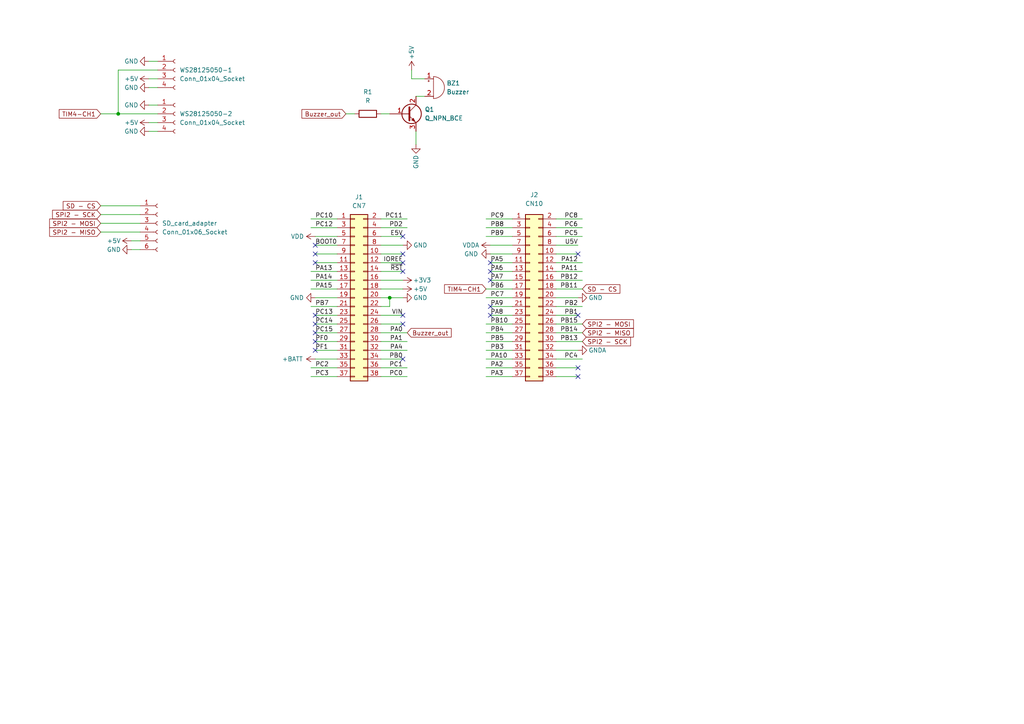
<source format=kicad_sch>
(kicad_sch (version 20231120) (generator "eeschema") (generator_version "8.0")
  (paper "A4")
  (lib_symbols
    (symbol "Connector:Conn_01x04_Socket" (pin_names (offset 1.016) hide)
      (property "Reference" "J" (at 0 5.08 0))
      (property "Value" "Conn_01x04_Socket" (at 0 -7.62 0))
      (symbol "Conn_01x04_Socket_1_1"
        (arc (start 0 -4.572) (mid -0.5058 -5.08) (end 0 -5.588) (stroke (width 0.1524)))
        (arc (start 0 -2.032) (mid -0.5058 -2.54) (end 0 -3.048) (stroke (width 0.1524)))
        (polyline (pts (xy -1.27 -5.08) (xy -0.508 -5.08)) (stroke (width 0.1524)))
        (polyline (pts (xy -1.27 -2.54) (xy -0.508 -2.54)) (stroke (width 0.1524)))
        (polyline (pts (xy -1.27 0) (xy -0.508 0)) (stroke (width 0.1524)))
        (polyline (pts (xy -1.27 2.54) (xy -0.508 2.54)) (stroke (width 0.1524)))
        (arc (start 0 0.508) (mid -0.5058 0) (end 0 -0.508) (stroke (width 0.1524)))
        (arc (start 0 3.048) (mid -0.5058 2.54) (end 0 2.032) (stroke (width 0.1524)))
        (pin passive line (at -5.08 2.54 0) (length 3.81) (name "Pin_1") (number "1"))
        (pin passive line (at -5.08 0 0) (length 3.81) (name "Pin_2") (number "2"))
        (pin passive line (at -5.08 -2.54 0) (length 3.81) (name "Pin_3") (number "3"))
        (pin passive line (at -5.08 -5.08 0) (length 3.81) (name "Pin_4") (number "4"))
      )
    )
    (symbol "Connector:Conn_01x06_Socket" (pin_names (offset 1.016) hide)
      (property "Reference" "J" (at 0 7.62 0))
      (property "Value" "Conn_01x06_Socket" (at 0 -10.16 0))
      (symbol "Conn_01x06_Socket_1_1"
        (arc (start 0 -7.112) (mid -0.5058 -7.62) (end 0 -8.128) (stroke (width 0.1524)))
        (arc (start 0 -4.572) (mid -0.5058 -5.08) (end 0 -5.588) (stroke (width 0.1524)))
        (arc (start 0 -2.032) (mid -0.5058 -2.54) (end 0 -3.048) (stroke (width 0.1524)))
        (polyline (pts (xy -1.27 -7.62) (xy -0.508 -7.62)) (stroke (width 0.1524)))
        (polyline (pts (xy -1.27 -5.08) (xy -0.508 -5.08)) (stroke (width 0.1524)))
        (polyline (pts (xy -1.27 -2.54) (xy -0.508 -2.54)) (stroke (width 0.1524)))
        (polyline (pts (xy -1.27 0) (xy -0.508 0)) (stroke (width 0.1524)))
        (polyline (pts (xy -1.27 2.54) (xy -0.508 2.54)) (stroke (width 0.1524)))
        (polyline (pts (xy -1.27 5.08) (xy -0.508 5.08)) (stroke (width 0.1524)))
        (arc (start 0 0.508) (mid -0.5058 0) (end 0 -0.508) (stroke (width 0.1524)))
        (arc (start 0 3.048) (mid -0.5058 2.54) (end 0 2.032) (stroke (width 0.1524)))
        (arc (start 0 5.588) (mid -0.5058 5.08) (end 0 4.572) (stroke (width 0.1524)))
        (pin passive line (at -5.08 5.08 0) (length 3.81) (name "Pin_1") (number "1"))
        (pin passive line (at -5.08 2.54 0) (length 3.81) (name "Pin_2") (number "2"))
        (pin passive line (at -5.08 0 0) (length 3.81) (name "Pin_3") (number "3"))
        (pin passive line (at -5.08 -2.54 0) (length 3.81) (name "Pin_4") (number "4"))
        (pin passive line (at -5.08 -5.08 0) (length 3.81) (name "Pin_5") (number "5"))
        (pin passive line (at -5.08 -7.62 0) (length 3.81) (name "Pin_6") (number "6"))
      )
    )
    (symbol "Connector_Generic:Conn_02x19_Odd_Even" (pin_names (offset 1.016) hide)
      (property "Reference" "J" (at 1.27 25.4 0))
      (property "Value" "Conn_02x19_Odd_Even" (at 1.27 -25.4 0))
      (symbol "Conn_02x19_Odd_Even_1_1"
        (rectangle (start -1.27 -22.733) (end 0 -22.987) (stroke (width 0.1524)))
        (rectangle (start -1.27 -20.193) (end 0 -20.447) (stroke (width 0.1524)))
        (rectangle (start -1.27 -17.653) (end 0 -17.907) (stroke (width 0.1524)))
        (rectangle (start -1.27 -15.113) (end 0 -15.367) (stroke (width 0.1524)))
        (rectangle (start -1.27 -12.573) (end 0 -12.827) (stroke (width 0.1524)))
        (rectangle (start -1.27 -10.033) (end 0 -10.287) (stroke (width 0.1524)))
        (rectangle (start -1.27 -7.493) (end 0 -7.747) (stroke (width 0.1524)))
        (rectangle (start -1.27 -4.953) (end 0 -5.207) (stroke (width 0.1524)))
        (rectangle (start -1.27 -2.413) (end 0 -2.667) (stroke (width 0.1524)))
        (rectangle (start -1.27 0.127) (end 0 -0.127) (stroke (width 0.1524)))
        (rectangle (start -1.27 2.667) (end 0 2.413) (stroke (width 0.1524)))
        (rectangle (start -1.27 5.207) (end 0 4.953) (stroke (width 0.1524)))
        (rectangle (start -1.27 7.747) (end 0 7.493) (stroke (width 0.1524)))
        (rectangle (start -1.27 10.287) (end 0 10.033) (stroke (width 0.1524)))
        (rectangle (start -1.27 12.827) (end 0 12.573) (stroke (width 0.1524)))
        (rectangle (start -1.27 15.367) (end 0 15.113) (stroke (width 0.1524)))
        (rectangle (start -1.27 17.907) (end 0 17.653) (stroke (width 0.1524)))
        (rectangle (start -1.27 20.447) (end 0 20.193) (stroke (width 0.1524)))
        (rectangle (start -1.27 22.987) (end 0 22.733) (stroke (width 0.1524)))
        (rectangle (start -1.27 24.13) (end 3.81 -24.13) (stroke (width 0.254)) (fill (type background)))
        (rectangle (start 3.81 -22.733) (end 2.54 -22.987) (stroke (width 0.1524)))
        (rectangle (start 3.81 -20.193) (end 2.54 -20.447) (stroke (width 0.1524)))
        (rectangle (start 3.81 -17.653) (end 2.54 -17.907) (stroke (width 0.1524)))
        (rectangle (start 3.81 -15.113) (end 2.54 -15.367) (stroke (width 0.1524)))
        (rectangle (start 3.81 -12.573) (end 2.54 -12.827) (stroke (width 0.1524)))
        (rectangle (start 3.81 -10.033) (end 2.54 -10.287) (stroke (width 0.1524)))
        (rectangle (start 3.81 -7.493) (end 2.54 -7.747) (stroke (width 0.1524)))
        (rectangle (start 3.81 -4.953) (end 2.54 -5.207) (stroke (width 0.1524)))
        (rectangle (start 3.81 -2.413) (end 2.54 -2.667) (stroke (width 0.1524)))
        (rectangle (start 3.81 0.127) (end 2.54 -0.127) (stroke (width 0.1524)))
        (rectangle (start 3.81 2.667) (end 2.54 2.413) (stroke (width 0.1524)))
        (rectangle (start 3.81 5.207) (end 2.54 4.953) (stroke (width 0.1524)))
        (rectangle (start 3.81 7.747) (end 2.54 7.493) (stroke (width 0.1524)))
        (rectangle (start 3.81 10.287) (end 2.54 10.033) (stroke (width 0.1524)))
        (rectangle (start 3.81 12.827) (end 2.54 12.573) (stroke (width 0.1524)))
        (rectangle (start 3.81 15.367) (end 2.54 15.113) (stroke (width 0.1524)))
        (rectangle (start 3.81 17.907) (end 2.54 17.653) (stroke (width 0.1524)))
        (rectangle (start 3.81 20.447) (end 2.54 20.193) (stroke (width 0.1524)))
        (rectangle (start 3.81 22.987) (end 2.54 22.733) (stroke (width 0.1524)))
        (pin passive line (at -5.08 22.86 0) (length 3.81) (name "Pin_1") (number "1"))
        (pin passive line (at 7.62 12.7 180) (length 3.81) (name "Pin_10") (number "10"))
        (pin passive line (at -5.08 10.16 0) (length 3.81) (name "Pin_11") (number "11"))
        (pin passive line (at 7.62 10.16 180) (length 3.81) (name "Pin_12") (number "12"))
        (pin passive line (at -5.08 7.62 0) (length 3.81) (name "Pin_13") (number "13"))
        (pin passive line (at 7.62 7.62 180) (length 3.81) (name "Pin_14") (number "14"))
        (pin passive line (at -5.08 5.08 0) (length 3.81) (name "Pin_15") (number "15"))
        (pin passive line (at 7.62 5.08 180) (length 3.81) (name "Pin_16") (number "16"))
        (pin passive line (at -5.08 2.54 0) (length 3.81) (name "Pin_17") (number "17"))
        (pin passive line (at 7.62 2.54 180) (length 3.81) (name "Pin_18") (number "18"))
        (pin passive line (at -5.08 0 0) (length 3.81) (name "Pin_19") (number "19"))
        (pin passive line (at 7.62 22.86 180) (length 3.81) (name "Pin_2") (number "2"))
        (pin passive line (at 7.62 0 180) (length 3.81) (name "Pin_20") (number "20"))
        (pin passive line (at -5.08 -2.54 0) (length 3.81) (name "Pin_21") (number "21"))
        (pin passive line (at 7.62 -2.54 180) (length 3.81) (name "Pin_22") (number "22"))
        (pin passive line (at -5.08 -5.08 0) (length 3.81) (name "Pin_23") (number "23"))
        (pin passive line (at 7.62 -5.08 180) (length 3.81) (name "Pin_24") (number "24"))
        (pin passive line (at -5.08 -7.62 0) (length 3.81) (name "Pin_25") (number "25"))
        (pin passive line (at 7.62 -7.62 180) (length 3.81) (name "Pin_26") (number "26"))
        (pin passive line (at -5.08 -10.16 0) (length 3.81) (name "Pin_27") (number "27"))
        (pin passive line (at 7.62 -10.16 180) (length 3.81) (name "Pin_28") (number "28"))
        (pin passive line (at -5.08 -12.7 0) (length 3.81) (name "Pin_29") (number "29"))
        (pin passive line (at -5.08 20.32 0) (length 3.81) (name "Pin_3") (number "3"))
        (pin passive line (at 7.62 -12.7 180) (length 3.81) (name "Pin_30") (number "30"))
        (pin passive line (at -5.08 -15.24 0) (length 3.81) (name "Pin_31") (number "31"))
        (pin passive line (at 7.62 -15.24 180) (length 3.81) (name "Pin_32") (number "32"))
        (pin passive line (at -5.08 -17.78 0) (length 3.81) (name "Pin_33") (number "33"))
        (pin passive line (at 7.62 -17.78 180) (length 3.81) (name "Pin_34") (number "34"))
        (pin passive line (at -5.08 -20.32 0) (length 3.81) (name "Pin_35") (number "35"))
        (pin passive line (at 7.62 -20.32 180) (length 3.81) (name "Pin_36") (number "36"))
        (pin passive line (at -5.08 -22.86 0) (length 3.81) (name "Pin_37") (number "37"))
        (pin passive line (at 7.62 -22.86 180) (length 3.81) (name "Pin_38") (number "38"))
        (pin passive line (at 7.62 20.32 180) (length 3.81) (name "Pin_4") (number "4"))
        (pin passive line (at -5.08 17.78 0) (length 3.81) (name "Pin_5") (number "5"))
        (pin passive line (at 7.62 17.78 180) (length 3.81) (name "Pin_6") (number "6"))
        (pin passive line (at -5.08 15.24 0) (length 3.81) (name "Pin_7") (number "7"))
        (pin passive line (at 7.62 15.24 180) (length 3.81) (name "Pin_8") (number "8"))
        (pin passive line (at -5.08 12.7 0) (length 3.81) (name "Pin_9") (number "9"))
      )
    )
    (symbol "Device:Buzzer" (pin_names (offset 0.0254) hide)
      (property "Reference" "BZ" (at 3.81 1.27 0))
      (property "Value" "Buzzer" (at 3.81 -1.27 0))
      (symbol "Buzzer_0_1"
        (arc (start 0 -3.175) (mid 3.1612 0) (end 0 3.175))
        (polyline (pts (xy -1.651 1.905) (xy -1.143 1.905)))
        (polyline (pts (xy -1.397 2.159) (xy -1.397 1.651)))
        (polyline (pts (xy 0 3.175) (xy 0 -3.175)))
      )
      (symbol "Buzzer_1_1"
        (pin passive line (at -2.54 2.54 0) (length 2.54) (name "+") (number "1"))
        (pin passive line (at -2.54 -2.54 0) (length 2.54) (name "-") (number "2"))
      )
    )
    (symbol "Device:Q_NPN_BCE" (pin_names (offset 0) hide)
      (property "Reference" "Q" (at 5.08 1.27 0))
      (property "Value" "Q_NPN_BCE" (at 5.08 -1.27 0))
      (symbol "Q_NPN_BCE_0_1"
        (polyline (pts (xy 0.635 0.635) (xy 2.54 2.54)))
        (polyline (pts (xy 0.635 -0.635) (xy 2.54 -2.54) (xy 2.54 -2.54)))
        (polyline (pts (xy 0.635 1.905) (xy 0.635 -1.905) (xy 0.635 -1.905)) (stroke (width 0.508)))
        (polyline (pts (xy 1.27 -1.778) (xy 1.778 -1.27) (xy 2.286 -2.286) (xy 1.27 -1.778) (xy 1.27 -1.778)) (fill (type outline)))
        (circle (center 1.27 0) (radius 2.8194) (stroke (width 0.254)))
      )
      (symbol "Q_NPN_BCE_1_1"
        (pin input line (at -5.08 0 0) (length 5.715) (name "B") (number "1"))
        (pin passive line (at 2.54 5.08 270) (length 2.54) (name "C") (number "2"))
        (pin passive line (at 2.54 -5.08 90) (length 2.54) (name "E") (number "3"))
      )
    )
    (symbol "Device:R" (pin_numbers hide) (pin_names (offset 0))
      (property "Reference" "R" (at 2.032 0 90))
      (property "Value" "R" (at 0 0 90))
      (symbol "R_0_1"
        (rectangle (start -1.016 -2.54) (end 1.016 2.54) (stroke (width 0.254)))
      )
      (symbol "R_1_1"
        (pin passive line (at 0 3.81 270) (length 1.27) (name "~") (number "1"))
        (pin passive line (at 0 -3.81 90) (length 1.27) (name "~") (number "2"))
      )
    )
    (symbol "power:+3V3" (power) (pin_names (offset 0))
      (property "Value" "+3V3" (at 0 3.556 0))
      (symbol "+3V3_0_1"
        (polyline (pts (xy -0.762 1.27) (xy 0 2.54)))
        (polyline (pts (xy 0 0) (xy 0 2.54)))
        (polyline (pts (xy 0 2.54) (xy 0.762 1.27)))
      )
      (symbol "+3V3_1_1"
        (pin power_in line (at 0 0 90) (length 0) hide (name "+3V3") (number "1"))
      )
    )
    (symbol "power:+5V" (power) (pin_names (offset 0))
      (property "Value" "+5V" (at 0 3.556 0))
      (symbol "+5V_0_1"
        (polyline (pts (xy -0.762 1.27) (xy 0 2.54)))
        (polyline (pts (xy 0 0) (xy 0 2.54)))
        (polyline (pts (xy 0 2.54) (xy 0.762 1.27)))
      )
      (symbol "+5V_1_1"
        (pin power_in line (at 0 0 90) (length 0) hide (name "+5V") (number "1"))
      )
    )
    (symbol "power:+BATT" (power) (pin_names (offset 0))
      (property "Value" "+BATT" (at 0 3.556 0))
      (symbol "+BATT_0_1"
        (polyline (pts (xy -0.762 1.27) (xy 0 2.54)))
        (polyline (pts (xy 0 0) (xy 0 2.54)))
        (polyline (pts (xy 0 2.54) (xy 0.762 1.27)))
      )
      (symbol "+BATT_1_1"
        (pin power_in line (at 0 0 90) (length 0) hide (name "+BATT") (number "1"))
      )
    )
    (symbol "power:GND" (power) (pin_names (offset 0))
      (property "Value" "GND" (at 0 -3.81 0))
      (symbol "GND_0_1"
        (polyline (pts (xy 0 0) (xy 0 -1.27) (xy 1.27 -1.27) (xy 0 -2.54) (xy -1.27 -1.27) (xy 0 -1.27)))
      )
      (symbol "GND_1_1"
        (pin power_in line (at 0 0 270) (length 0) hide (name "GND") (number "1"))
      )
    )
    (symbol "power:GNDA" (power) (pin_names (offset 0))
      (property "Value" "GNDA" (at 0 -3.81 0))
      (symbol "GNDA_0_1"
        (polyline (pts (xy 0 0) (xy 0 -1.27) (xy 1.27 -1.27) (xy 0 -2.54) (xy -1.27 -1.27) (xy 0 -1.27)))
      )
      (symbol "GNDA_1_1"
        (pin power_in line (at 0 0 270) (length 0) hide (name "GNDA") (number "1"))
      )
    )
    (symbol "power:VDD" (power) (pin_names (offset 0))
      (property "Value" "VDD" (at 0 3.81 0))
      (symbol "VDD_0_1"
        (polyline (pts (xy -0.762 1.27) (xy 0 2.54)))
        (polyline (pts (xy 0 0) (xy 0 2.54)))
        (polyline (pts (xy 0 2.54) (xy 0.762 1.27)))
      )
      (symbol "VDD_1_1"
        (pin power_in line (at 0 0 90) (length 0) hide (name "VDD") (number "1"))
      )
    )
    (symbol "power:VDDA" (power) (pin_names (offset 0))
      (property "Value" "VDDA" (at 0 3.81 0))
      (symbol "VDDA_0_1"
        (polyline (pts (xy -0.762 1.27) (xy 0 2.54)))
        (polyline (pts (xy 0 0) (xy 0 2.54)))
        (polyline (pts (xy 0 2.54) (xy 0.762 1.27)))
      )
      (symbol "VDDA_1_1"
        (pin power_in line (at 0 0 90) (length 0) hide (name "VDDA") (number "1"))
      )
    )
  )
  (junction (at 113.03 86.36))
  (junction (at 34.29 33.02))
  (no_connect (at 167.64 73.66))
  (no_connect (at 167.64 109.22))
  (no_connect (at 142.24 76.2))
  (no_connect (at 91.44 96.52))
  (no_connect (at 91.44 71.12))
  (no_connect (at 91.44 93.98))
  (no_connect (at 142.24 78.74))
  (no_connect (at 142.24 88.9))
  (no_connect (at 91.44 99.06))
  (no_connect (at 167.64 91.44))
  (no_connect (at 142.24 91.44))
  (no_connect (at 116.84 93.98))
  (no_connect (at 167.64 106.68))
  (no_connect (at 91.44 73.66))
  (no_connect (at 116.84 76.2))
  (no_connect (at 91.44 91.44))
  (no_connect (at 142.24 81.28))
  (no_connect (at 116.84 78.74))
  (no_connect (at 116.84 91.44))
  (no_connect (at 91.44 76.2))
  (no_connect (at 116.84 73.66))
  (no_connect (at 91.44 101.6))
  (no_connect (at 116.84 104.14))
  (no_connect (at 116.84 68.58))
  (wire (pts (xy 91.44 91.44) (xy 97.79 91.44)))
  (wire (pts (xy 110.49 66.04) (xy 118.11 66.04)))
  (wire (pts (xy 110.49 91.44) (xy 116.84 91.44)))
  (wire (pts (xy 43.18 30.48) (xy 45.72 30.48)))
  (wire (pts (xy 110.49 96.52) (xy 118.11 96.52)))
  (wire (pts (xy 119.38 20.32) (xy 119.38 22.86)))
  (wire (pts (xy 100.33 33.02) (xy 102.87 33.02)))
  (wire (pts (xy 110.49 78.74) (xy 116.84 78.74)))
  (wire (pts (xy 90.17 78.74) (xy 97.79 78.74)))
  (wire (pts (xy 38.1 69.85) (xy 40.64 69.85)))
  (wire (pts (xy 142.24 71.12) (xy 148.59 71.12)))
  (wire (pts (xy 161.29 71.12) (xy 167.64 71.12)))
  (wire (pts (xy 90.17 63.5) (xy 97.79 63.5)))
  (wire (pts (xy 113.03 86.36) (xy 116.84 86.36)))
  (wire (pts (xy 161.29 101.6) (xy 167.64 101.6)))
  (wire (pts (xy 161.29 78.74) (xy 168.91 78.74)))
  (wire (pts (xy 29.21 59.69) (xy 40.64 59.69)))
  (wire (pts (xy 142.24 91.44) (xy 148.59 91.44)))
  (wire (pts (xy 29.21 62.23) (xy 40.64 62.23)))
  (wire (pts (xy 140.97 66.04) (xy 148.59 66.04)))
  (wire (pts (xy 161.29 63.5) (xy 168.91 63.5)))
  (wire (pts (xy 91.44 76.2) (xy 97.79 76.2)))
  (wire (pts (xy 142.24 88.9) (xy 148.59 88.9)))
  (wire (pts (xy 110.49 88.9) (xy 113.03 88.9)))
  (wire (pts (xy 140.97 83.82) (xy 148.59 83.82)))
  (wire (pts (xy 43.18 25.4) (xy 45.72 25.4)))
  (wire (pts (xy 110.49 68.58) (xy 116.84 68.58)))
  (wire (pts (xy 161.29 109.22) (xy 167.64 109.22)))
  (wire (pts (xy 167.64 86.36) (xy 161.29 86.36)))
  (wire (pts (xy 91.44 96.52) (xy 97.79 96.52)))
  (wire (pts (xy 142.24 81.28) (xy 148.59 81.28)))
  (wire (pts (xy 91.44 71.12) (xy 97.79 71.12)))
  (wire (pts (xy 161.29 91.44) (xy 167.64 91.44)))
  (wire (pts (xy 29.21 33.02) (xy 34.29 33.02)))
  (wire (pts (xy 110.49 101.6) (xy 118.11 101.6)))
  (wire (pts (xy 161.29 66.04) (xy 168.91 66.04)))
  (wire (pts (xy 91.44 73.66) (xy 97.79 73.66)))
  (wire (pts (xy 43.18 22.86) (xy 45.72 22.86)))
  (wire (pts (xy 110.49 106.68) (xy 118.11 106.68)))
  (wire (pts (xy 97.79 104.14) (xy 91.44 104.14)))
  (wire (pts (xy 110.49 63.5) (xy 118.11 63.5)))
  (wire (pts (xy 43.18 35.56) (xy 45.72 35.56)))
  (wire (pts (xy 110.49 83.82) (xy 116.84 83.82)))
  (wire (pts (xy 90.17 106.68) (xy 97.79 106.68)))
  (wire (pts (xy 161.29 73.66) (xy 167.64 73.66)))
  (wire (pts (xy 161.29 88.9) (xy 168.91 88.9)))
  (wire (pts (xy 91.44 101.6) (xy 97.79 101.6)))
  (wire (pts (xy 142.24 76.2) (xy 148.59 76.2)))
  (wire (pts (xy 140.97 109.22) (xy 148.59 109.22)))
  (wire (pts (xy 161.29 99.06) (xy 168.91 99.06)))
  (wire (pts (xy 161.29 68.58) (xy 168.91 68.58)))
  (wire (pts (xy 161.29 81.28) (xy 168.91 81.28)))
  (wire (pts (xy 142.24 78.74) (xy 148.59 78.74)))
  (wire (pts (xy 161.29 93.98) (xy 168.91 93.98)))
  (wire (pts (xy 140.97 86.36) (xy 148.59 86.36)))
  (wire (pts (xy 140.97 68.58) (xy 148.59 68.58)))
  (wire (pts (xy 140.97 101.6) (xy 148.59 101.6)))
  (wire (pts (xy 29.21 67.31) (xy 40.64 67.31)))
  (wire (pts (xy 140.97 99.06) (xy 148.59 99.06)))
  (wire (pts (xy 34.29 33.02) (xy 34.29 20.32)))
  (wire (pts (xy 110.49 86.36) (xy 113.03 86.36)))
  (wire (pts (xy 140.97 104.14) (xy 148.59 104.14)))
  (wire (pts (xy 161.29 83.82) (xy 168.91 83.82)))
  (wire (pts (xy 140.97 96.52) (xy 148.59 96.52)))
  (wire (pts (xy 110.49 81.28) (xy 116.84 81.28)))
  (wire (pts (xy 110.49 33.02) (xy 113.03 33.02)))
  (wire (pts (xy 161.29 106.68) (xy 167.64 106.68)))
  (wire (pts (xy 110.49 93.98) (xy 116.84 93.98)))
  (wire (pts (xy 91.44 99.06) (xy 97.79 99.06)))
  (wire (pts (xy 161.29 96.52) (xy 168.91 96.52)))
  (wire (pts (xy 140.97 106.68) (xy 148.59 106.68)))
  (wire (pts (xy 43.18 38.1) (xy 45.72 38.1)))
  (wire (pts (xy 116.84 71.12) (xy 110.49 71.12)))
  (wire (pts (xy 113.03 88.9) (xy 113.03 86.36)))
  (wire (pts (xy 142.24 73.66) (xy 148.59 73.66)))
  (wire (pts (xy 34.29 20.32) (xy 45.72 20.32)))
  (wire (pts (xy 120.65 38.1) (xy 120.65 41.91)))
  (wire (pts (xy 90.17 81.28) (xy 97.79 81.28)))
  (wire (pts (xy 110.49 73.66) (xy 116.84 73.66)))
  (wire (pts (xy 43.18 17.78) (xy 45.72 17.78)))
  (wire (pts (xy 110.49 104.14) (xy 116.84 104.14)))
  (wire (pts (xy 91.44 93.98) (xy 97.79 93.98)))
  (wire (pts (xy 161.29 76.2) (xy 168.91 76.2)))
  (wire (pts (xy 110.49 99.06) (xy 118.11 99.06)))
  (wire (pts (xy 91.44 68.58) (xy 97.79 68.58)))
  (wire (pts (xy 38.1 72.39) (xy 40.64 72.39)))
  (wire (pts (xy 90.17 88.9) (xy 97.79 88.9)))
  (wire (pts (xy 110.49 109.22) (xy 118.11 109.22)))
  (wire (pts (xy 34.29 33.02) (xy 45.72 33.02)))
  (wire (pts (xy 90.17 109.22) (xy 97.79 109.22)))
  (wire (pts (xy 29.21 64.77) (xy 40.64 64.77)))
  (wire (pts (xy 140.97 63.5) (xy 148.59 63.5)))
  (wire (pts (xy 110.49 76.2) (xy 116.84 76.2)))
  (wire (pts (xy 161.29 104.14) (xy 168.91 104.14)))
  (wire (pts (xy 97.79 86.36) (xy 91.44 86.36)))
  (wire (pts (xy 90.17 83.82) (xy 97.79 83.82)))
  (wire (pts (xy 140.97 93.98) (xy 148.59 93.98)))
  (wire (pts (xy 119.38 22.86) (xy 123.19 22.86)))
  (wire (pts (xy 90.17 66.04) (xy 97.79 66.04)))
  (wire (pts (xy 120.65 27.94) (xy 123.19 27.94)))
  (label "BOOT0" (at 91.44 71.12 0))
  (label "PB2" (at 167.64 88.9 180))
  (label "PB9" (at 142.24 68.58 0))
  (label "PC2" (at 91.44 106.68 0))
  (label "PA0" (at 116.84 96.52 180))
  (label "PC13" (at 91.44 91.44 0))
  (label "U5V" (at 167.64 71.12 180))
  (label "PF1" (at 91.44 101.6 0))
  (label "PA13" (at 91.44 78.74 0))
  (label "PB13" (at 167.64 99.06 180))
  (label "PB14" (at 167.64 96.52 180))
  (label "PC0" (at 116.84 109.22 180))
  (label "PC15" (at 91.44 96.52 0))
  (label "PB0" (at 116.84 104.14 180))
  (label "PA8" (at 142.24 91.44 0))
  (label "IOREF" (at 116.84 76.2 180))
  (label "PA4" (at 116.84 101.6 180))
  (label "E5V" (at 116.84 68.58 180))
  (label "PA1" (at 116.84 99.06 180))
  (label "PA15" (at 91.44 83.82 0))
  (label "PC3" (at 91.44 109.22 0))
  (label "PC11" (at 116.84 63.5 180))
  (label "PC8" (at 167.64 63.5 180))
  (label "PA10" (at 142.24 104.14 0))
  (label "PC5" (at 167.64 68.58 180))
  (label "PA3" (at 142.24 109.22 0))
  (label "PB10" (at 142.24 93.98 0))
  (label "PA2" (at 142.24 106.68 0))
  (label "PB8" (at 142.24 66.04 0))
  (label "PB12" (at 167.64 81.28 180))
  (label "PB3" (at 142.24 101.6 0))
  (label "~{RST}" (at 116.84 78.74 180))
  (label "PC14" (at 91.44 93.98 0))
  (label "PB7" (at 91.44 88.9 0))
  (label "PB15" (at 167.64 93.98 180))
  (label "PA5" (at 142.24 76.2 0))
  (label "PA14" (at 91.44 81.28 0))
  (label "PA6" (at 142.24 78.74 0))
  (label "PF0" (at 91.44 99.06 0))
  (label "PC10" (at 91.44 63.5 0))
  (label "PC12" (at 91.44 66.04 0))
  (label "PB6" (at 142.24 83.82 0))
  (label "PC6" (at 167.64 66.04 180))
  (label "PD2" (at 116.84 66.04 180))
  (label "PA7" (at 142.24 81.28 0))
  (label "PB1" (at 167.64 91.44 180))
  (label "PC7" (at 142.24 86.36 0))
  (label "PC1" (at 116.84 106.68 180))
  (label "VIN" (at 116.84 91.44 180))
  (label "PC9" (at 142.24 63.5 0))
  (label "PA11" (at 167.64 78.74 180))
  (label "PB5" (at 142.24 99.06 0))
  (label "PA9" (at 142.24 88.9 0))
  (label "PB11" (at 167.64 83.82 180))
  (label "PB4" (at 142.24 96.52 0))
  (label "PC4" (at 167.64 104.14 180))
  (label "PA12" (at 167.64 76.2 180))
  (global_label "SPI2 - MISO" (shape input) (at 29.21 67.31 180) (property "Intersheetrefs" "${INTERSHEET_REFS}" (effects (hide yes))))
  (global_label "Buzzer_out" (shape input) (at 118.11 96.52 0) (property "Intersheetrefs" "${INTERSHEET_REFS}" (effects (hide yes))))
  (global_label "SPI2 - MOSI" (shape input) (at 29.21 64.77 180) (property "Intersheetrefs" "${INTERSHEET_REFS}" (effects (hide yes))))
  (global_label "SPI2 - SCK" (shape input) (at 29.21 62.23 180) (property "Intersheetrefs" "${INTERSHEET_REFS}" (effects (hide yes))))
  (global_label "TIM4-CH1" (shape input) (at 29.21 33.02 180) (property "Intersheetrefs" "${INTERSHEET_REFS}" (effects (hide yes))))
  (global_label "SPI2 - SCK" (shape input) (at 168.91 99.06 0) (property "Intersheetrefs" "${INTERSHEET_REFS}" (effects (hide yes))))
  (global_label "SD - CS" (shape input) (at 29.21 59.69 180) (property "Intersheetrefs" "${INTERSHEET_REFS}" (effects (hide yes))))
  (global_label "SPI2 - MISO" (shape input) (at 168.91 96.52 0) (property "Intersheetrefs" "${INTERSHEET_REFS}" (effects (hide yes))))
  (global_label "SPI2 - MOSI" (shape input) (at 168.91 93.98 0) (property "Intersheetrefs" "${INTERSHEET_REFS}" (effects (hide yes))))
  (global_label "TIM4-CH1" (shape input) (at 140.97 83.82 180) (property "Intersheetrefs" "${INTERSHEET_REFS}" (effects (hide yes))))
  (global_label "Buzzer_out" (shape input) (at 100.33 33.02 180) (property "Intersheetrefs" "${INTERSHEET_REFS}" (effects (hide yes))))
  (global_label "SD - CS" (shape input) (at 168.91 83.82 0) (property "Intersheetrefs" "${INTERSHEET_REFS}" (effects (hide yes))))
  (symbol (lib_id "power:+3V3") (at 116.84 81.28 270) (unit 1)
    (property "Reference" "#PWR05" (effects (hide yes)))
    (property "Value" "+3V3" (at 122.428 81.28 90))
  )
  (symbol (lib_id "power:GND") (at 43.18 30.48 270) (unit 1)
    (property "Reference" "#PWR015" (effects (hide yes)))
    (property "Value" "GND" (at 38.1 30.48 90))
  )
  (symbol (lib_id "Device:R") (at 106.68 33.02 90) (unit 1)
    (property "Reference" "R1" (at 106.68 26.67 90))
    (property "Value" "R" (at 106.68 29.21 90))
    (property "Description" "Resistor" (effects (hide yes)))
  )
  (symbol (lib_id "power:GND") (at 91.44 86.36 270) (unit 1)
    (property "Reference" "#PWR02" (effects (hide yes)))
    (property "Value" "GND" (at 86.106 86.36 90))
  )
  (symbol (lib_id "power:GND") (at 116.84 71.12 90) (unit 1)
    (property "Reference" "#PWR04" (effects (hide yes)))
    (property "Value" "GND" (at 121.92 71.12 90))
  )
  (symbol (lib_id "power:+5V") (at 119.38 20.32 0) (unit 1)
    (property "Reference" "#PWR019" (effects (hide yes)))
    (property "Value" "+5V" (at 119.38 15.24 90))
  )
  (symbol (lib_id "power:VDD") (at 91.44 68.58 90) (unit 1)
    (property "Reference" "#PWR01" (effects (hide yes)))
    (property "Value" "VDD" (at 84.328 68.58 90) (effects (justify right)))
  )
  (symbol (lib_id "power:GND") (at 43.18 25.4 270) (unit 1)
    (property "Reference" "#PWR013" (effects (hide yes)))
    (property "Value" "GND" (at 38.1 25.4 90))
  )
  (symbol (lib_id "Device:Q_NPN_BCE") (at 118.11 33.02 0) (unit 1)
    (property "Reference" "Q1" (at 123.19 31.7499 0) (effects (justify left)))
    (property "Value" "Q_NPN_BCE" (at 123.19 34.2899 0) (effects (justify left)))
    (property "Description" "NPN transistor, base/collector/emitter" (effects (hide yes)))
  )
  (symbol (lib_id "Connector:Conn_01x04_Socket") (at 50.8 33.02 0) (unit 1)
    (property "Reference" "WS28125050-2" (at 52.07 33.0199 0) (effects (justify left)))
    (property "Value" "Conn_01x04_Socket" (at 52.07 35.5599 0) (effects (justify left)))
    (property "Footprint" "Connector_PinSocket_2.00mm:PinSocket_1x04_P2.00mm_Vertical" (effects (hide yes)))
    (property "Description" "Generic connector, single row, 01x04, script generated" (effects (hide yes)))
  )
  (symbol (lib_id "power:+5V") (at 38.1 69.85 90) (unit 1)
    (property "Reference" "#PWR020" (effects (hide yes)))
    (property "Value" "+5V" (at 33.02 69.85 90))
  )
  (symbol (lib_id "power:GND") (at 43.18 38.1 270) (unit 1)
    (property "Reference" "#PWR017" (effects (hide yes)))
    (property "Value" "GND" (at 38.1 38.1 90))
  )
  (symbol (lib_id "Device:Buzzer") (at 125.73 25.4 0) (unit 1)
    (property "Reference" "BZ1" (at 129.54 24.1299 0) (effects (justify left)))
    (property "Value" "Buzzer" (at 129.54 26.6699 0) (effects (justify left)))
    (property "Description" "Buzzer, polarized" (effects (hide yes)))
  )
  (symbol (lib_id "power:+5V") (at 43.18 22.86 90) (unit 1)
    (property "Reference" "#PWR014" (effects (hide yes)))
    (property "Value" "+5V" (at 38.1 22.86 90))
  )
  (symbol (lib_id "Connector_Generic:Conn_02x19_Odd_Even") (at 153.67 86.36 0) (unit 1)
    (property "Reference" "J2" (at 154.94 56.515 0))
    (property "Value" "CN10" (at 154.94 59.055 0))
    (property "Footprint" "Connector_PinSocket_2.54mm:PinSocket_2x19_P2.54mm_Vertical" (effects (hide yes)))
  )
  (symbol (lib_id "power:GND") (at 38.1 72.39 270) (unit 1)
    (property "Reference" "#PWR021" (effects (hide yes)))
    (property "Value" "GND" (at 33.02 72.39 90))
  )
  (symbol (lib_id "power:+BATT") (at 91.44 104.14 90) (unit 1)
    (property "Reference" "#PWR03" (effects (hide yes)))
    (property "Value" "+BATT" (at 84.836 104.14 90))
  )
  (symbol (lib_id "power:GND") (at 116.84 86.36 90) (unit 1)
    (property "Reference" "#PWR07" (effects (hide yes)))
    (property "Value" "GND" (at 121.92 86.36 90))
  )
  (symbol (lib_id "power:+5V") (at 116.84 83.82 270) (unit 1)
    (property "Reference" "#PWR06" (effects (hide yes)))
    (property "Value" "+5V" (at 121.92 83.82 90))
  )
  (symbol (lib_id "power:GND") (at 43.18 17.78 270) (unit 1)
    (property "Reference" "#PWR012" (effects (hide yes)))
    (property "Value" "GND" (at 38.1 17.78 90))
  )
  (symbol (lib_id "power:GNDA") (at 167.64 101.6 90) (unit 1)
    (property "Reference" "#PWR011" (effects (hide yes)))
    (property "Value" "GNDA" (at 170.688 101.6 90) (effects (justify right)))
  )
  (symbol (lib_id "power:+5V") (at 43.18 35.56 90) (unit 1)
    (property "Reference" "#PWR016" (effects (hide yes)))
    (property "Value" "+5V" (at 38.1 35.56 90))
  )
  (symbol (lib_id "power:GND") (at 120.65 41.91 0) (unit 1)
    (property "Reference" "#PWR018" (effects (hide yes)))
    (property "Value" "GND" (at 120.65 46.99 90))
  )
  (symbol (lib_id "power:GND") (at 167.64 86.36 90) (unit 1)
    (property "Reference" "#PWR010" (effects (hide yes)))
    (property "Value" "GND" (at 170.688 86.36 90) (effects (justify right)))
  )
  (symbol (lib_id "Connector_Generic:Conn_02x19_Odd_Even") (at 102.87 86.36 0) (unit 1)
    (property "Reference" "J1" (at 104.14 57.15 0))
    (property "Value" "CN7" (at 104.14 59.69 0))
    (property "Footprint" "Connector_PinSocket_2.54mm:PinSocket_2x19_P2.54mm_Vertical" (effects (hide yes)))
  )
  (symbol (lib_id "power:GND") (at 142.24 73.66 270) (unit 1)
    (property "Reference" "#PWR09" (effects (hide yes)))
    (property "Value" "GND" (at 134.62 73.66 90) (effects (justify left)))
  )
  (symbol (lib_id "Connector:Conn_01x04_Socket") (at 50.8 20.32 0) (unit 1)
    (property "Reference" "WS28125050-1" (at 52.07 20.3199 0) (effects (justify left)))
    (property "Value" "Conn_01x04_Socket" (at 52.07 22.8599 0) (effects (justify left)))
    (property "Footprint" "Connector_PinSocket_2.00mm:PinSocket_1x04_P2.00mm_Vertical" (effects (hide yes)))
    (property "Description" "Generic connector, single row, 01x04, script generated" (effects (hide yes)))
  )
  (symbol (lib_id "Connector:Conn_01x06_Socket") (at 45.72 64.77 0) (unit 1)
    (property "Reference" "SD_card_adapter" (at 46.99 64.7699 0) (effects (justify left)))
    (property "Value" "Conn_01x06_Socket" (at 46.99 67.3099 0) (effects (justify left)))
    (property "Description" "Generic connector, single row, 01x06, script generated" (effects (hide yes)))
  )
  (symbol (lib_id "power:VDDA") (at 142.24 71.12 90) (unit 1)
    (property "Reference" "#PWR08" (effects (hide yes)))
    (property "Value" "VDDA" (at 134.112 71.12 90) (effects (justify right)))
  )
)
</source>
